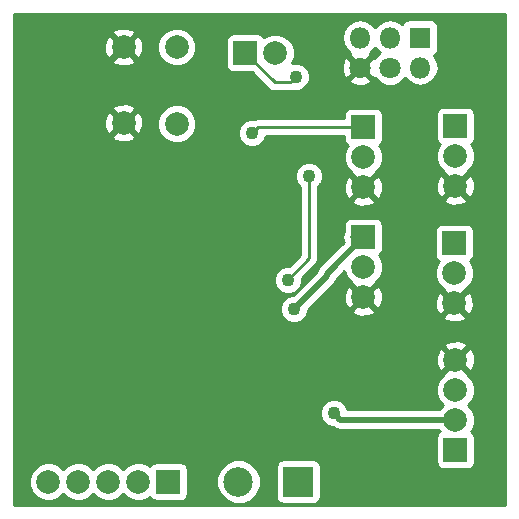
<source format=gtl>
G04 #@! TF.FileFunction,Copper,L1,Top,Signal*
%FSLAX46Y46*%
G04 Gerber Fmt 4.6, Leading zero omitted, Abs format (unit mm)*
G04 Created by KiCad (PCBNEW 4.0.4+dfsg1-stable) date Sun Feb  5 16:49:06 2017*
%MOMM*%
%LPD*%
G01*
G04 APERTURE LIST*
%ADD100C,0.100000*%
%ADD110R,2.000000X2.000000*%
%ADD120C,2.000000*%
%ADD130R,1.800000X1.800000*%
%ADD140O,1.800000X1.800000*%
%ADD150C,1.800000*%
%ADD160R,2.500000X2.500000*%
%ADD170C,2.500000*%
%ADD180C,1.100000*%
%ADD190C,0.500000*%
%ADD200C,0.250000*%
%ADD210C,0.254000*%
G04 APERTURE END LIST*
D100*
D110*
X20300000Y39000000D03*
D120*
X22840000Y39000000D03*
D130*
X35100000Y40300000D03*
D140*
X35100000Y37760000D03*
X32560000Y40300000D03*
D150*
X32560000Y37760000D03*
D140*
X30020000Y40300000D03*
D150*
X30020000Y37760000D03*
D110*
X30300000Y23400000D03*
D120*
X30300000Y20860000D03*
X30300000Y18320000D03*
D110*
X38000000Y22900000D03*
D120*
X38000000Y20360000D03*
X38000000Y17820000D03*
D110*
X30300000Y32700000D03*
D120*
X30300000Y30160000D03*
X30300000Y27620000D03*
D110*
X38100000Y32800000D03*
D120*
X38100000Y30260000D03*
X38100000Y27720000D03*
D160*
X24800000Y2700000D03*
D170*
X19720000Y2700000D03*
D110*
X13800000Y2700000D03*
D120*
X11260000Y2700000D03*
X8720000Y2700000D03*
X6180000Y2700000D03*
X3640000Y2700000D03*
D110*
X38100000Y5400000D03*
D120*
X38100000Y7940000D03*
X38100000Y10480000D03*
X38100000Y13020000D03*
X14497900Y32998800D03*
X14497900Y39501200D03*
X10002100Y33075000D03*
X10002100Y39501200D03*
D180*
X24400000Y17300000D03*
X20900000Y32200000D03*
X15500000Y14400000D03*
X9300000Y10800000D03*
X9300000Y21500000D03*
X6500000Y36200000D03*
X23600000Y22200000D03*
X28400000Y15100000D03*
X26200000Y7100000D03*
X24600000Y37000000D03*
X25700000Y28600000D03*
X23900000Y19800000D03*
X27800000Y8500000D03*
D190*
X27200000Y20300000D02*
X30300000Y23400000D01*
X27200000Y20100000D02*
X27200000Y20300000D01*
X24400000Y17300000D02*
X27200000Y20100000D01*
D200*
X30300000Y32700000D02*
X21400000Y32700000D01*
X21400000Y32700000D02*
X20900000Y32200000D01*
D190*
X30300000Y23400000D02*
X29600000Y23400000D01*
X30300000Y23400000D02*
X29400000Y23400000D01*
X6500000Y36200000D02*
X6400000Y36200000D01*
D200*
X22800000Y36500000D02*
X20300000Y39000000D01*
X24100000Y36500000D02*
X22800000Y36500000D01*
X24600000Y37000000D02*
X24100000Y36500000D01*
X25700000Y21600000D02*
X25700000Y28600000D01*
X23900000Y19800000D02*
X25700000Y21600000D01*
D190*
X28360000Y7940000D02*
X27800000Y8500000D01*
X38100000Y7940000D02*
X28360000Y7940000D01*
D210*
G36*
X42290000Y710000D02*
X710000Y710000D01*
X710000Y2376205D01*
X2004716Y2376205D01*
X2253106Y1775057D01*
X2712637Y1314722D01*
X3313352Y1065284D01*
X3963795Y1064716D01*
X4564943Y1313106D01*
X4910199Y1657759D01*
X5252637Y1314722D01*
X5853352Y1065284D01*
X6503795Y1064716D01*
X7104943Y1313106D01*
X7450199Y1657759D01*
X7792637Y1314722D01*
X8393352Y1065284D01*
X9043795Y1064716D01*
X9644943Y1313106D01*
X9990199Y1657759D01*
X10332637Y1314722D01*
X10933352Y1065284D01*
X11583795Y1064716D01*
X12184943Y1313106D01*
X12251574Y1379621D01*
X12335910Y1248559D01*
X12548110Y1103569D01*
X12800000Y1052560D01*
X14800000Y1052560D01*
X15035317Y1096838D01*
X15251441Y1235910D01*
X15396431Y1448110D01*
X15447440Y1700000D01*
X15447440Y2326695D01*
X17834674Y2326695D01*
X18121043Y1633628D01*
X18650839Y1102907D01*
X19343405Y815328D01*
X20093305Y814674D01*
X20786372Y1101043D01*
X21317093Y1630839D01*
X21604672Y2323405D01*
X21605326Y3073305D01*
X21318957Y3766372D01*
X21135650Y3950000D01*
X22902560Y3950000D01*
X22902560Y1450000D01*
X22946838Y1214683D01*
X23085910Y998559D01*
X23298110Y853569D01*
X23550000Y802560D01*
X26050000Y802560D01*
X26285317Y846838D01*
X26501441Y985910D01*
X26646431Y1198110D01*
X26697440Y1450000D01*
X26697440Y3950000D01*
X26653162Y4185317D01*
X26514090Y4401441D01*
X26301890Y4546431D01*
X26050000Y4597440D01*
X23550000Y4597440D01*
X23314683Y4553162D01*
X23098559Y4414090D01*
X22953569Y4201890D01*
X22902560Y3950000D01*
X21135650Y3950000D01*
X20789161Y4297093D01*
X20096595Y4584672D01*
X19346695Y4585326D01*
X18653628Y4298957D01*
X18122907Y3769161D01*
X17835328Y3076595D01*
X17834674Y2326695D01*
X15447440Y2326695D01*
X15447440Y3700000D01*
X15403162Y3935317D01*
X15264090Y4151441D01*
X15051890Y4296431D01*
X14800000Y4347440D01*
X12800000Y4347440D01*
X12564683Y4303162D01*
X12348559Y4164090D01*
X12251090Y4021439D01*
X12187363Y4085278D01*
X11586648Y4334716D01*
X10936205Y4335284D01*
X10335057Y4086894D01*
X9989801Y3742241D01*
X9647363Y4085278D01*
X9046648Y4334716D01*
X8396205Y4335284D01*
X7795057Y4086894D01*
X7449801Y3742241D01*
X7107363Y4085278D01*
X6506648Y4334716D01*
X5856205Y4335284D01*
X5255057Y4086894D01*
X4909801Y3742241D01*
X4567363Y4085278D01*
X3966648Y4334716D01*
X3316205Y4335284D01*
X2715057Y4086894D01*
X2254722Y3627363D01*
X2005284Y3026648D01*
X2004716Y2376205D01*
X710000Y2376205D01*
X710000Y8265323D01*
X26614794Y8265323D01*
X26794820Y7829628D01*
X27127875Y7495991D01*
X27563255Y7315206D01*
X27733364Y7315057D01*
X27734208Y7314213D01*
X27734210Y7314210D01*
X27926054Y7186025D01*
X28021326Y7122366D01*
X28360000Y7054999D01*
X28360005Y7055000D01*
X36696602Y7055000D01*
X36713106Y7015057D01*
X36779621Y6948426D01*
X36648559Y6864090D01*
X36503569Y6651890D01*
X36452560Y6400000D01*
X36452560Y4400000D01*
X36496838Y4164683D01*
X36635910Y3948559D01*
X36848110Y3803569D01*
X37100000Y3752560D01*
X39100000Y3752560D01*
X39335317Y3796838D01*
X39551441Y3935910D01*
X39696431Y4148110D01*
X39747440Y4400000D01*
X39747440Y6400000D01*
X39703162Y6635317D01*
X39564090Y6851441D01*
X39421439Y6948910D01*
X39485278Y7012637D01*
X39734716Y7613352D01*
X39735284Y8263795D01*
X39486894Y8864943D01*
X39142241Y9210199D01*
X39485278Y9552637D01*
X39734716Y10153352D01*
X39735284Y10803795D01*
X39486894Y11404943D01*
X39060022Y11832562D01*
X39072927Y11867468D01*
X38100000Y12840395D01*
X37127073Y11867468D01*
X37140164Y11832062D01*
X36714722Y11407363D01*
X36465284Y10806648D01*
X36464716Y10156205D01*
X36713106Y9555057D01*
X37057759Y9209801D01*
X36714722Y8867363D01*
X36697131Y8825000D01*
X28947885Y8825000D01*
X28805180Y9170372D01*
X28472125Y9504009D01*
X28036745Y9684794D01*
X27565323Y9685206D01*
X27129628Y9505180D01*
X26795991Y9172125D01*
X26615206Y8736745D01*
X26614794Y8265323D01*
X710000Y8265323D01*
X710000Y13284539D01*
X36454092Y13284539D01*
X36478144Y12634540D01*
X36680613Y12145736D01*
X36947468Y12047073D01*
X37920395Y13020000D01*
X38279605Y13020000D01*
X39252532Y12047073D01*
X39519387Y12145736D01*
X39745908Y12755461D01*
X39721856Y13405460D01*
X39519387Y13894264D01*
X39252532Y13992927D01*
X38279605Y13020000D01*
X37920395Y13020000D01*
X36947468Y13992927D01*
X36680613Y13894264D01*
X36454092Y13284539D01*
X710000Y13284539D01*
X710000Y14172532D01*
X37127073Y14172532D01*
X38100000Y13199605D01*
X39072927Y14172532D01*
X38974264Y14439387D01*
X38364539Y14665908D01*
X37714540Y14641856D01*
X37225736Y14439387D01*
X37127073Y14172532D01*
X710000Y14172532D01*
X710000Y17065323D01*
X23214794Y17065323D01*
X23394820Y16629628D01*
X23727875Y16295991D01*
X24163255Y16115206D01*
X24634677Y16114794D01*
X25070372Y16294820D01*
X25404009Y16627875D01*
X25420449Y16667468D01*
X37027073Y16667468D01*
X37125736Y16400613D01*
X37735461Y16174092D01*
X38385460Y16198144D01*
X38874264Y16400613D01*
X38972927Y16667468D01*
X38000000Y17640395D01*
X37027073Y16667468D01*
X25420449Y16667468D01*
X25584794Y17063255D01*
X25584885Y17167468D01*
X29327073Y17167468D01*
X29425736Y16900613D01*
X30035461Y16674092D01*
X30685460Y16698144D01*
X31174264Y16900613D01*
X31272927Y17167468D01*
X30300000Y18140395D01*
X29327073Y17167468D01*
X25584885Y17167468D01*
X25584943Y17233363D01*
X26936118Y18584539D01*
X28654092Y18584539D01*
X28678144Y17934540D01*
X28880613Y17445736D01*
X29147468Y17347073D01*
X30120395Y18320000D01*
X30479605Y18320000D01*
X31452532Y17347073D01*
X31719387Y17445736D01*
X31945908Y18055461D01*
X31944833Y18084539D01*
X36354092Y18084539D01*
X36378144Y17434540D01*
X36580613Y16945736D01*
X36847468Y16847073D01*
X37820395Y17820000D01*
X38179605Y17820000D01*
X39152532Y16847073D01*
X39419387Y16945736D01*
X39645908Y17555461D01*
X39621856Y18205460D01*
X39419387Y18694264D01*
X39152532Y18792927D01*
X38179605Y17820000D01*
X37820395Y17820000D01*
X36847468Y18792927D01*
X36580613Y18694264D01*
X36354092Y18084539D01*
X31944833Y18084539D01*
X31921856Y18705460D01*
X31719387Y19194264D01*
X31452532Y19292927D01*
X30479605Y18320000D01*
X30120395Y18320000D01*
X29147468Y19292927D01*
X28880613Y19194264D01*
X28654092Y18584539D01*
X26936118Y18584539D01*
X27825787Y19474208D01*
X27825790Y19474210D01*
X28017633Y19761325D01*
X28028810Y19817516D01*
X28043638Y19892058D01*
X28671461Y20519881D01*
X28913106Y19935057D01*
X29339978Y19507438D01*
X29327073Y19472532D01*
X30300000Y18499605D01*
X31272927Y19472532D01*
X31259836Y19507938D01*
X31685278Y19932637D01*
X31934716Y20533352D01*
X31935284Y21183795D01*
X31686894Y21784943D01*
X31620379Y21851574D01*
X31751441Y21935910D01*
X31896431Y22148110D01*
X31947440Y22400000D01*
X31947440Y23900000D01*
X36352560Y23900000D01*
X36352560Y21900000D01*
X36396838Y21664683D01*
X36535910Y21448559D01*
X36678561Y21351090D01*
X36614722Y21287363D01*
X36365284Y20686648D01*
X36364716Y20036205D01*
X36613106Y19435057D01*
X37039978Y19007438D01*
X37027073Y18972532D01*
X38000000Y17999605D01*
X38972927Y18972532D01*
X38959836Y19007938D01*
X39385278Y19432637D01*
X39634716Y20033352D01*
X39635284Y20683795D01*
X39386894Y21284943D01*
X39320379Y21351574D01*
X39451441Y21435910D01*
X39596431Y21648110D01*
X39647440Y21900000D01*
X39647440Y23900000D01*
X39603162Y24135317D01*
X39464090Y24351441D01*
X39251890Y24496431D01*
X39000000Y24547440D01*
X37000000Y24547440D01*
X36764683Y24503162D01*
X36548559Y24364090D01*
X36403569Y24151890D01*
X36352560Y23900000D01*
X31947440Y23900000D01*
X31947440Y24400000D01*
X31903162Y24635317D01*
X31764090Y24851441D01*
X31551890Y24996431D01*
X31300000Y25047440D01*
X29300000Y25047440D01*
X29064683Y25003162D01*
X28848559Y24864090D01*
X28703569Y24651890D01*
X28652560Y24400000D01*
X28652560Y23843727D01*
X28582367Y23738675D01*
X28515000Y23400000D01*
X28582367Y23061325D01*
X28633388Y22984967D01*
X26574210Y20925790D01*
X26382367Y20638675D01*
X26382367Y20638674D01*
X26356362Y20507941D01*
X24333479Y18485059D01*
X24165323Y18485206D01*
X23729628Y18305180D01*
X23395991Y17972125D01*
X23215206Y17536745D01*
X23214794Y17065323D01*
X710000Y17065323D01*
X710000Y19565323D01*
X22714794Y19565323D01*
X22894820Y19129628D01*
X23227875Y18795991D01*
X23663255Y18615206D01*
X24134677Y18614794D01*
X24570372Y18794820D01*
X24904009Y19127875D01*
X25084794Y19563255D01*
X25085097Y19910295D01*
X26237401Y21062599D01*
X26402148Y21309160D01*
X26429876Y21448559D01*
X26460000Y21600000D01*
X26460000Y26467468D01*
X29327073Y26467468D01*
X29425736Y26200613D01*
X30035461Y25974092D01*
X30685460Y25998144D01*
X31174264Y26200613D01*
X31272927Y26467468D01*
X31172927Y26567468D01*
X37127073Y26567468D01*
X37225736Y26300613D01*
X37835461Y26074092D01*
X38485460Y26098144D01*
X38974264Y26300613D01*
X39072927Y26567468D01*
X38100000Y27540395D01*
X37127073Y26567468D01*
X31172927Y26567468D01*
X30300000Y27440395D01*
X29327073Y26467468D01*
X26460000Y26467468D01*
X26460000Y27684292D01*
X26660597Y27884539D01*
X28654092Y27884539D01*
X28678144Y27234540D01*
X28880613Y26745736D01*
X29147468Y26647073D01*
X30120395Y27620000D01*
X30479605Y27620000D01*
X31452532Y26647073D01*
X31719387Y26745736D01*
X31945908Y27355461D01*
X31922631Y27984539D01*
X36454092Y27984539D01*
X36478144Y27334540D01*
X36680613Y26845736D01*
X36947468Y26747073D01*
X37920395Y27720000D01*
X38279605Y27720000D01*
X39252532Y26747073D01*
X39519387Y26845736D01*
X39745908Y27455461D01*
X39721856Y28105460D01*
X39519387Y28594264D01*
X39252532Y28692927D01*
X38279605Y27720000D01*
X37920395Y27720000D01*
X36947468Y28692927D01*
X36680613Y28594264D01*
X36454092Y27984539D01*
X31922631Y27984539D01*
X31921856Y28005460D01*
X31719387Y28494264D01*
X31452532Y28592927D01*
X30479605Y27620000D01*
X30120395Y27620000D01*
X29147468Y28592927D01*
X28880613Y28494264D01*
X28654092Y27884539D01*
X26660597Y27884539D01*
X26704009Y27927875D01*
X26884794Y28363255D01*
X26885206Y28834677D01*
X26705180Y29270372D01*
X26372125Y29604009D01*
X25936745Y29784794D01*
X25465323Y29785206D01*
X25029628Y29605180D01*
X24695991Y29272125D01*
X24515206Y28836745D01*
X24514794Y28365323D01*
X24694820Y27929628D01*
X24940000Y27684020D01*
X24940000Y21914802D01*
X24010103Y20984905D01*
X23665323Y20985206D01*
X23229628Y20805180D01*
X22895991Y20472125D01*
X22715206Y20036745D01*
X22714794Y19565323D01*
X710000Y19565323D01*
X710000Y31922468D01*
X9029173Y31922468D01*
X9127836Y31655613D01*
X9737561Y31429092D01*
X10387560Y31453144D01*
X10876364Y31655613D01*
X10975027Y31922468D01*
X10002100Y32895395D01*
X9029173Y31922468D01*
X710000Y31922468D01*
X710000Y33339539D01*
X8356192Y33339539D01*
X8380244Y32689540D01*
X8582713Y32200736D01*
X8849568Y32102073D01*
X9822495Y33075000D01*
X10181705Y33075000D01*
X11154632Y32102073D01*
X11421487Y32200736D01*
X11597684Y32675005D01*
X12862616Y32675005D01*
X13111006Y32073857D01*
X13570537Y31613522D01*
X14171252Y31364084D01*
X14821695Y31363516D01*
X15422843Y31611906D01*
X15776878Y31965323D01*
X19714794Y31965323D01*
X19894820Y31529628D01*
X20227875Y31195991D01*
X20663255Y31015206D01*
X21134677Y31014794D01*
X21570372Y31194820D01*
X21904009Y31527875D01*
X22075138Y31940000D01*
X28652560Y31940000D01*
X28652560Y31700000D01*
X28696838Y31464683D01*
X28835910Y31248559D01*
X28978561Y31151090D01*
X28914722Y31087363D01*
X28665284Y30486648D01*
X28664716Y29836205D01*
X28913106Y29235057D01*
X29339978Y28807438D01*
X29327073Y28772532D01*
X30300000Y27799605D01*
X31272927Y28772532D01*
X31259836Y28807938D01*
X31685278Y29232637D01*
X31934716Y29833352D01*
X31935284Y30483795D01*
X31686894Y31084943D01*
X31620379Y31151574D01*
X31751441Y31235910D01*
X31896431Y31448110D01*
X31947440Y31700000D01*
X31947440Y33700000D01*
X31928624Y33800000D01*
X36452560Y33800000D01*
X36452560Y31800000D01*
X36496838Y31564683D01*
X36635910Y31348559D01*
X36778561Y31251090D01*
X36714722Y31187363D01*
X36465284Y30586648D01*
X36464716Y29936205D01*
X36713106Y29335057D01*
X37139978Y28907438D01*
X37127073Y28872532D01*
X38100000Y27899605D01*
X39072927Y28872532D01*
X39059836Y28907938D01*
X39485278Y29332637D01*
X39734716Y29933352D01*
X39735284Y30583795D01*
X39486894Y31184943D01*
X39420379Y31251574D01*
X39551441Y31335910D01*
X39696431Y31548110D01*
X39747440Y31800000D01*
X39747440Y33800000D01*
X39703162Y34035317D01*
X39564090Y34251441D01*
X39351890Y34396431D01*
X39100000Y34447440D01*
X37100000Y34447440D01*
X36864683Y34403162D01*
X36648559Y34264090D01*
X36503569Y34051890D01*
X36452560Y33800000D01*
X31928624Y33800000D01*
X31903162Y33935317D01*
X31764090Y34151441D01*
X31551890Y34296431D01*
X31300000Y34347440D01*
X29300000Y34347440D01*
X29064683Y34303162D01*
X28848559Y34164090D01*
X28703569Y33951890D01*
X28652560Y33700000D01*
X28652560Y33460000D01*
X21400000Y33460000D01*
X21109161Y33402148D01*
X21083259Y33384841D01*
X20665323Y33385206D01*
X20229628Y33205180D01*
X19895991Y32872125D01*
X19715206Y32436745D01*
X19714794Y31965323D01*
X15776878Y31965323D01*
X15883178Y32071437D01*
X16132616Y32672152D01*
X16133184Y33322595D01*
X15884794Y33923743D01*
X15425263Y34384078D01*
X14824548Y34633516D01*
X14174105Y34634084D01*
X13572957Y34385694D01*
X13112622Y33926163D01*
X12863184Y33325448D01*
X12862616Y32675005D01*
X11597684Y32675005D01*
X11648008Y32810461D01*
X11623956Y33460460D01*
X11421487Y33949264D01*
X11154632Y34047927D01*
X10181705Y33075000D01*
X9822495Y33075000D01*
X8849568Y34047927D01*
X8582713Y33949264D01*
X8356192Y33339539D01*
X710000Y33339539D01*
X710000Y34227532D01*
X9029173Y34227532D01*
X10002100Y33254605D01*
X10975027Y34227532D01*
X10876364Y34494387D01*
X10266639Y34720908D01*
X9616640Y34696856D01*
X9127836Y34494387D01*
X9029173Y34227532D01*
X710000Y34227532D01*
X710000Y38348668D01*
X9029173Y38348668D01*
X9127836Y38081813D01*
X9737561Y37855292D01*
X10387560Y37879344D01*
X10876364Y38081813D01*
X10975027Y38348668D01*
X10002100Y39321595D01*
X9029173Y38348668D01*
X710000Y38348668D01*
X710000Y39765739D01*
X8356192Y39765739D01*
X8380244Y39115740D01*
X8582713Y38626936D01*
X8849568Y38528273D01*
X9822495Y39501200D01*
X10181705Y39501200D01*
X11154632Y38528273D01*
X11421487Y38626936D01*
X11625993Y39177405D01*
X12862616Y39177405D01*
X13111006Y38576257D01*
X13570537Y38115922D01*
X14171252Y37866484D01*
X14821695Y37865916D01*
X15422843Y38114306D01*
X15883178Y38573837D01*
X16132616Y39174552D01*
X16133184Y39824995D01*
X16060874Y40000000D01*
X18652560Y40000000D01*
X18652560Y38000000D01*
X18696838Y37764683D01*
X18835910Y37548559D01*
X19048110Y37403569D01*
X19300000Y37352560D01*
X20872638Y37352560D01*
X22262599Y35962599D01*
X22509161Y35797852D01*
X22800000Y35740000D01*
X24100000Y35740000D01*
X24390839Y35797852D01*
X24416741Y35815159D01*
X24834677Y35814794D01*
X25270372Y35994820D01*
X25604009Y36327875D01*
X25750157Y36679841D01*
X29119446Y36679841D01*
X29205852Y36423357D01*
X29779336Y36213542D01*
X30389460Y36239161D01*
X30834148Y36423357D01*
X30920554Y36679841D01*
X30020000Y37580395D01*
X29119446Y36679841D01*
X25750157Y36679841D01*
X25784794Y36763255D01*
X25785206Y37234677D01*
X25605180Y37670372D01*
X25275465Y38000664D01*
X28473542Y38000664D01*
X28499161Y37390540D01*
X28683357Y36945852D01*
X28939841Y36859446D01*
X29840395Y37760000D01*
X28939841Y38660554D01*
X28683357Y38574148D01*
X28473542Y38000664D01*
X25275465Y38000664D01*
X25272125Y38004009D01*
X24836745Y38184794D01*
X24365323Y38185206D01*
X24252697Y38138670D01*
X24474716Y38673352D01*
X24475284Y39323795D01*
X24226894Y39924943D01*
X23852493Y40300000D01*
X28454928Y40300000D01*
X28571773Y39712581D01*
X28904519Y39214591D01*
X29182919Y39028570D01*
X29119446Y38840159D01*
X30020000Y37939605D01*
X30920554Y38840159D01*
X30857081Y39028570D01*
X31135481Y39214591D01*
X31290000Y39445845D01*
X31444519Y39214591D01*
X31684074Y39054526D01*
X31259449Y38630643D01*
X31250797Y38609806D01*
X31100159Y38660554D01*
X30199605Y37760000D01*
X31100159Y36859446D01*
X31250327Y36910035D01*
X31257932Y36891629D01*
X31689357Y36459449D01*
X32253330Y36225267D01*
X32863991Y36224735D01*
X33428371Y36457932D01*
X33848833Y36877660D01*
X33984519Y36674591D01*
X34482509Y36341845D01*
X35069928Y36225000D01*
X35130072Y36225000D01*
X35717491Y36341845D01*
X36215481Y36674591D01*
X36548227Y37172581D01*
X36665072Y37760000D01*
X36548227Y38347419D01*
X36244141Y38802516D01*
X36451441Y38935910D01*
X36596431Y39148110D01*
X36647440Y39400000D01*
X36647440Y41200000D01*
X36603162Y41435317D01*
X36464090Y41651441D01*
X36251890Y41796431D01*
X36000000Y41847440D01*
X34200000Y41847440D01*
X33964683Y41803162D01*
X33748559Y41664090D01*
X33603569Y41451890D01*
X33600281Y41435656D01*
X33177491Y41718155D01*
X32590072Y41835000D01*
X32529928Y41835000D01*
X31942509Y41718155D01*
X31444519Y41385409D01*
X31290000Y41154155D01*
X31135481Y41385409D01*
X30637491Y41718155D01*
X30050072Y41835000D01*
X29989928Y41835000D01*
X29402509Y41718155D01*
X28904519Y41385409D01*
X28571773Y40887419D01*
X28454928Y40300000D01*
X23852493Y40300000D01*
X23767363Y40385278D01*
X23166648Y40634716D01*
X22516205Y40635284D01*
X21915057Y40386894D01*
X21848426Y40320379D01*
X21764090Y40451441D01*
X21551890Y40596431D01*
X21300000Y40647440D01*
X19300000Y40647440D01*
X19064683Y40603162D01*
X18848559Y40464090D01*
X18703569Y40251890D01*
X18652560Y40000000D01*
X16060874Y40000000D01*
X15884794Y40426143D01*
X15425263Y40886478D01*
X14824548Y41135916D01*
X14174105Y41136484D01*
X13572957Y40888094D01*
X13112622Y40428563D01*
X12863184Y39827848D01*
X12862616Y39177405D01*
X11625993Y39177405D01*
X11648008Y39236661D01*
X11623956Y39886660D01*
X11421487Y40375464D01*
X11154632Y40474127D01*
X10181705Y39501200D01*
X9822495Y39501200D01*
X8849568Y40474127D01*
X8582713Y40375464D01*
X8356192Y39765739D01*
X710000Y39765739D01*
X710000Y40653732D01*
X9029173Y40653732D01*
X10002100Y39680805D01*
X10975027Y40653732D01*
X10876364Y40920587D01*
X10266639Y41147108D01*
X9616640Y41123056D01*
X9127836Y40920587D01*
X9029173Y40653732D01*
X710000Y40653732D01*
X710000Y42290000D01*
X42290000Y42290000D01*
X42290000Y710000D01*
X42290000Y710000D01*
G37*
X42290000Y710000D02*
X710000Y710000D01*
X710000Y2376205D01*
X2004716Y2376205D01*
X2253106Y1775057D01*
X2712637Y1314722D01*
X3313352Y1065284D01*
X3963795Y1064716D01*
X4564943Y1313106D01*
X4910199Y1657759D01*
X5252637Y1314722D01*
X5853352Y1065284D01*
X6503795Y1064716D01*
X7104943Y1313106D01*
X7450199Y1657759D01*
X7792637Y1314722D01*
X8393352Y1065284D01*
X9043795Y1064716D01*
X9644943Y1313106D01*
X9990199Y1657759D01*
X10332637Y1314722D01*
X10933352Y1065284D01*
X11583795Y1064716D01*
X12184943Y1313106D01*
X12251574Y1379621D01*
X12335910Y1248559D01*
X12548110Y1103569D01*
X12800000Y1052560D01*
X14800000Y1052560D01*
X15035317Y1096838D01*
X15251441Y1235910D01*
X15396431Y1448110D01*
X15447440Y1700000D01*
X15447440Y2326695D01*
X17834674Y2326695D01*
X18121043Y1633628D01*
X18650839Y1102907D01*
X19343405Y815328D01*
X20093305Y814674D01*
X20786372Y1101043D01*
X21317093Y1630839D01*
X21604672Y2323405D01*
X21605326Y3073305D01*
X21318957Y3766372D01*
X21135650Y3950000D01*
X22902560Y3950000D01*
X22902560Y1450000D01*
X22946838Y1214683D01*
X23085910Y998559D01*
X23298110Y853569D01*
X23550000Y802560D01*
X26050000Y802560D01*
X26285317Y846838D01*
X26501441Y985910D01*
X26646431Y1198110D01*
X26697440Y1450000D01*
X26697440Y3950000D01*
X26653162Y4185317D01*
X26514090Y4401441D01*
X26301890Y4546431D01*
X26050000Y4597440D01*
X23550000Y4597440D01*
X23314683Y4553162D01*
X23098559Y4414090D01*
X22953569Y4201890D01*
X22902560Y3950000D01*
X21135650Y3950000D01*
X20789161Y4297093D01*
X20096595Y4584672D01*
X19346695Y4585326D01*
X18653628Y4298957D01*
X18122907Y3769161D01*
X17835328Y3076595D01*
X17834674Y2326695D01*
X15447440Y2326695D01*
X15447440Y3700000D01*
X15403162Y3935317D01*
X15264090Y4151441D01*
X15051890Y4296431D01*
X14800000Y4347440D01*
X12800000Y4347440D01*
X12564683Y4303162D01*
X12348559Y4164090D01*
X12251090Y4021439D01*
X12187363Y4085278D01*
X11586648Y4334716D01*
X10936205Y4335284D01*
X10335057Y4086894D01*
X9989801Y3742241D01*
X9647363Y4085278D01*
X9046648Y4334716D01*
X8396205Y4335284D01*
X7795057Y4086894D01*
X7449801Y3742241D01*
X7107363Y4085278D01*
X6506648Y4334716D01*
X5856205Y4335284D01*
X5255057Y4086894D01*
X4909801Y3742241D01*
X4567363Y4085278D01*
X3966648Y4334716D01*
X3316205Y4335284D01*
X2715057Y4086894D01*
X2254722Y3627363D01*
X2005284Y3026648D01*
X2004716Y2376205D01*
X710000Y2376205D01*
X710000Y8265323D01*
X26614794Y8265323D01*
X26794820Y7829628D01*
X27127875Y7495991D01*
X27563255Y7315206D01*
X27733364Y7315057D01*
X27734208Y7314213D01*
X27734210Y7314210D01*
X27926054Y7186025D01*
X28021326Y7122366D01*
X28360000Y7054999D01*
X28360005Y7055000D01*
X36696602Y7055000D01*
X36713106Y7015057D01*
X36779621Y6948426D01*
X36648559Y6864090D01*
X36503569Y6651890D01*
X36452560Y6400000D01*
X36452560Y4400000D01*
X36496838Y4164683D01*
X36635910Y3948559D01*
X36848110Y3803569D01*
X37100000Y3752560D01*
X39100000Y3752560D01*
X39335317Y3796838D01*
X39551441Y3935910D01*
X39696431Y4148110D01*
X39747440Y4400000D01*
X39747440Y6400000D01*
X39703162Y6635317D01*
X39564090Y6851441D01*
X39421439Y6948910D01*
X39485278Y7012637D01*
X39734716Y7613352D01*
X39735284Y8263795D01*
X39486894Y8864943D01*
X39142241Y9210199D01*
X39485278Y9552637D01*
X39734716Y10153352D01*
X39735284Y10803795D01*
X39486894Y11404943D01*
X39060022Y11832562D01*
X39072927Y11867468D01*
X38100000Y12840395D01*
X37127073Y11867468D01*
X37140164Y11832062D01*
X36714722Y11407363D01*
X36465284Y10806648D01*
X36464716Y10156205D01*
X36713106Y9555057D01*
X37057759Y9209801D01*
X36714722Y8867363D01*
X36697131Y8825000D01*
X28947885Y8825000D01*
X28805180Y9170372D01*
X28472125Y9504009D01*
X28036745Y9684794D01*
X27565323Y9685206D01*
X27129628Y9505180D01*
X26795991Y9172125D01*
X26615206Y8736745D01*
X26614794Y8265323D01*
X710000Y8265323D01*
X710000Y13284539D01*
X36454092Y13284539D01*
X36478144Y12634540D01*
X36680613Y12145736D01*
X36947468Y12047073D01*
X37920395Y13020000D01*
X38279605Y13020000D01*
X39252532Y12047073D01*
X39519387Y12145736D01*
X39745908Y12755461D01*
X39721856Y13405460D01*
X39519387Y13894264D01*
X39252532Y13992927D01*
X38279605Y13020000D01*
X37920395Y13020000D01*
X36947468Y13992927D01*
X36680613Y13894264D01*
X36454092Y13284539D01*
X710000Y13284539D01*
X710000Y14172532D01*
X37127073Y14172532D01*
X38100000Y13199605D01*
X39072927Y14172532D01*
X38974264Y14439387D01*
X38364539Y14665908D01*
X37714540Y14641856D01*
X37225736Y14439387D01*
X37127073Y14172532D01*
X710000Y14172532D01*
X710000Y17065323D01*
X23214794Y17065323D01*
X23394820Y16629628D01*
X23727875Y16295991D01*
X24163255Y16115206D01*
X24634677Y16114794D01*
X25070372Y16294820D01*
X25404009Y16627875D01*
X25420449Y16667468D01*
X37027073Y16667468D01*
X37125736Y16400613D01*
X37735461Y16174092D01*
X38385460Y16198144D01*
X38874264Y16400613D01*
X38972927Y16667468D01*
X38000000Y17640395D01*
X37027073Y16667468D01*
X25420449Y16667468D01*
X25584794Y17063255D01*
X25584885Y17167468D01*
X29327073Y17167468D01*
X29425736Y16900613D01*
X30035461Y16674092D01*
X30685460Y16698144D01*
X31174264Y16900613D01*
X31272927Y17167468D01*
X30300000Y18140395D01*
X29327073Y17167468D01*
X25584885Y17167468D01*
X25584943Y17233363D01*
X26936118Y18584539D01*
X28654092Y18584539D01*
X28678144Y17934540D01*
X28880613Y17445736D01*
X29147468Y17347073D01*
X30120395Y18320000D01*
X30479605Y18320000D01*
X31452532Y17347073D01*
X31719387Y17445736D01*
X31945908Y18055461D01*
X31944833Y18084539D01*
X36354092Y18084539D01*
X36378144Y17434540D01*
X36580613Y16945736D01*
X36847468Y16847073D01*
X37820395Y17820000D01*
X38179605Y17820000D01*
X39152532Y16847073D01*
X39419387Y16945736D01*
X39645908Y17555461D01*
X39621856Y18205460D01*
X39419387Y18694264D01*
X39152532Y18792927D01*
X38179605Y17820000D01*
X37820395Y17820000D01*
X36847468Y18792927D01*
X36580613Y18694264D01*
X36354092Y18084539D01*
X31944833Y18084539D01*
X31921856Y18705460D01*
X31719387Y19194264D01*
X31452532Y19292927D01*
X30479605Y18320000D01*
X30120395Y18320000D01*
X29147468Y19292927D01*
X28880613Y19194264D01*
X28654092Y18584539D01*
X26936118Y18584539D01*
X27825787Y19474208D01*
X27825790Y19474210D01*
X28017633Y19761325D01*
X28028810Y19817516D01*
X28043638Y19892058D01*
X28671461Y20519881D01*
X28913106Y19935057D01*
X29339978Y19507438D01*
X29327073Y19472532D01*
X30300000Y18499605D01*
X31272927Y19472532D01*
X31259836Y19507938D01*
X31685278Y19932637D01*
X31934716Y20533352D01*
X31935284Y21183795D01*
X31686894Y21784943D01*
X31620379Y21851574D01*
X31751441Y21935910D01*
X31896431Y22148110D01*
X31947440Y22400000D01*
X31947440Y23900000D01*
X36352560Y23900000D01*
X36352560Y21900000D01*
X36396838Y21664683D01*
X36535910Y21448559D01*
X36678561Y21351090D01*
X36614722Y21287363D01*
X36365284Y20686648D01*
X36364716Y20036205D01*
X36613106Y19435057D01*
X37039978Y19007438D01*
X37027073Y18972532D01*
X38000000Y17999605D01*
X38972927Y18972532D01*
X38959836Y19007938D01*
X39385278Y19432637D01*
X39634716Y20033352D01*
X39635284Y20683795D01*
X39386894Y21284943D01*
X39320379Y21351574D01*
X39451441Y21435910D01*
X39596431Y21648110D01*
X39647440Y21900000D01*
X39647440Y23900000D01*
X39603162Y24135317D01*
X39464090Y24351441D01*
X39251890Y24496431D01*
X39000000Y24547440D01*
X37000000Y24547440D01*
X36764683Y24503162D01*
X36548559Y24364090D01*
X36403569Y24151890D01*
X36352560Y23900000D01*
X31947440Y23900000D01*
X31947440Y24400000D01*
X31903162Y24635317D01*
X31764090Y24851441D01*
X31551890Y24996431D01*
X31300000Y25047440D01*
X29300000Y25047440D01*
X29064683Y25003162D01*
X28848559Y24864090D01*
X28703569Y24651890D01*
X28652560Y24400000D01*
X28652560Y23843727D01*
X28582367Y23738675D01*
X28515000Y23400000D01*
X28582367Y23061325D01*
X28633388Y22984967D01*
X26574210Y20925790D01*
X26382367Y20638675D01*
X26382367Y20638674D01*
X26356362Y20507941D01*
X24333479Y18485059D01*
X24165323Y18485206D01*
X23729628Y18305180D01*
X23395991Y17972125D01*
X23215206Y17536745D01*
X23214794Y17065323D01*
X710000Y17065323D01*
X710000Y19565323D01*
X22714794Y19565323D01*
X22894820Y19129628D01*
X23227875Y18795991D01*
X23663255Y18615206D01*
X24134677Y18614794D01*
X24570372Y18794820D01*
X24904009Y19127875D01*
X25084794Y19563255D01*
X25085097Y19910295D01*
X26237401Y21062599D01*
X26402148Y21309160D01*
X26429876Y21448559D01*
X26460000Y21600000D01*
X26460000Y26467468D01*
X29327073Y26467468D01*
X29425736Y26200613D01*
X30035461Y25974092D01*
X30685460Y25998144D01*
X31174264Y26200613D01*
X31272927Y26467468D01*
X31172927Y26567468D01*
X37127073Y26567468D01*
X37225736Y26300613D01*
X37835461Y26074092D01*
X38485460Y26098144D01*
X38974264Y26300613D01*
X39072927Y26567468D01*
X38100000Y27540395D01*
X37127073Y26567468D01*
X31172927Y26567468D01*
X30300000Y27440395D01*
X29327073Y26467468D01*
X26460000Y26467468D01*
X26460000Y27684292D01*
X26660597Y27884539D01*
X28654092Y27884539D01*
X28678144Y27234540D01*
X28880613Y26745736D01*
X29147468Y26647073D01*
X30120395Y27620000D01*
X30479605Y27620000D01*
X31452532Y26647073D01*
X31719387Y26745736D01*
X31945908Y27355461D01*
X31922631Y27984539D01*
X36454092Y27984539D01*
X36478144Y27334540D01*
X36680613Y26845736D01*
X36947468Y26747073D01*
X37920395Y27720000D01*
X38279605Y27720000D01*
X39252532Y26747073D01*
X39519387Y26845736D01*
X39745908Y27455461D01*
X39721856Y28105460D01*
X39519387Y28594264D01*
X39252532Y28692927D01*
X38279605Y27720000D01*
X37920395Y27720000D01*
X36947468Y28692927D01*
X36680613Y28594264D01*
X36454092Y27984539D01*
X31922631Y27984539D01*
X31921856Y28005460D01*
X31719387Y28494264D01*
X31452532Y28592927D01*
X30479605Y27620000D01*
X30120395Y27620000D01*
X29147468Y28592927D01*
X28880613Y28494264D01*
X28654092Y27884539D01*
X26660597Y27884539D01*
X26704009Y27927875D01*
X26884794Y28363255D01*
X26885206Y28834677D01*
X26705180Y29270372D01*
X26372125Y29604009D01*
X25936745Y29784794D01*
X25465323Y29785206D01*
X25029628Y29605180D01*
X24695991Y29272125D01*
X24515206Y28836745D01*
X24514794Y28365323D01*
X24694820Y27929628D01*
X24940000Y27684020D01*
X24940000Y21914802D01*
X24010103Y20984905D01*
X23665323Y20985206D01*
X23229628Y20805180D01*
X22895991Y20472125D01*
X22715206Y20036745D01*
X22714794Y19565323D01*
X710000Y19565323D01*
X710000Y31922468D01*
X9029173Y31922468D01*
X9127836Y31655613D01*
X9737561Y31429092D01*
X10387560Y31453144D01*
X10876364Y31655613D01*
X10975027Y31922468D01*
X10002100Y32895395D01*
X9029173Y31922468D01*
X710000Y31922468D01*
X710000Y33339539D01*
X8356192Y33339539D01*
X8380244Y32689540D01*
X8582713Y32200736D01*
X8849568Y32102073D01*
X9822495Y33075000D01*
X10181705Y33075000D01*
X11154632Y32102073D01*
X11421487Y32200736D01*
X11597684Y32675005D01*
X12862616Y32675005D01*
X13111006Y32073857D01*
X13570537Y31613522D01*
X14171252Y31364084D01*
X14821695Y31363516D01*
X15422843Y31611906D01*
X15776878Y31965323D01*
X19714794Y31965323D01*
X19894820Y31529628D01*
X20227875Y31195991D01*
X20663255Y31015206D01*
X21134677Y31014794D01*
X21570372Y31194820D01*
X21904009Y31527875D01*
X22075138Y31940000D01*
X28652560Y31940000D01*
X28652560Y31700000D01*
X28696838Y31464683D01*
X28835910Y31248559D01*
X28978561Y31151090D01*
X28914722Y31087363D01*
X28665284Y30486648D01*
X28664716Y29836205D01*
X28913106Y29235057D01*
X29339978Y28807438D01*
X29327073Y28772532D01*
X30300000Y27799605D01*
X31272927Y28772532D01*
X31259836Y28807938D01*
X31685278Y29232637D01*
X31934716Y29833352D01*
X31935284Y30483795D01*
X31686894Y31084943D01*
X31620379Y31151574D01*
X31751441Y31235910D01*
X31896431Y31448110D01*
X31947440Y31700000D01*
X31947440Y33700000D01*
X31928624Y33800000D01*
X36452560Y33800000D01*
X36452560Y31800000D01*
X36496838Y31564683D01*
X36635910Y31348559D01*
X36778561Y31251090D01*
X36714722Y31187363D01*
X36465284Y30586648D01*
X36464716Y29936205D01*
X36713106Y29335057D01*
X37139978Y28907438D01*
X37127073Y28872532D01*
X38100000Y27899605D01*
X39072927Y28872532D01*
X39059836Y28907938D01*
X39485278Y29332637D01*
X39734716Y29933352D01*
X39735284Y30583795D01*
X39486894Y31184943D01*
X39420379Y31251574D01*
X39551441Y31335910D01*
X39696431Y31548110D01*
X39747440Y31800000D01*
X39747440Y33800000D01*
X39703162Y34035317D01*
X39564090Y34251441D01*
X39351890Y34396431D01*
X39100000Y34447440D01*
X37100000Y34447440D01*
X36864683Y34403162D01*
X36648559Y34264090D01*
X36503569Y34051890D01*
X36452560Y33800000D01*
X31928624Y33800000D01*
X31903162Y33935317D01*
X31764090Y34151441D01*
X31551890Y34296431D01*
X31300000Y34347440D01*
X29300000Y34347440D01*
X29064683Y34303162D01*
X28848559Y34164090D01*
X28703569Y33951890D01*
X28652560Y33700000D01*
X28652560Y33460000D01*
X21400000Y33460000D01*
X21109161Y33402148D01*
X21083259Y33384841D01*
X20665323Y33385206D01*
X20229628Y33205180D01*
X19895991Y32872125D01*
X19715206Y32436745D01*
X19714794Y31965323D01*
X15776878Y31965323D01*
X15883178Y32071437D01*
X16132616Y32672152D01*
X16133184Y33322595D01*
X15884794Y33923743D01*
X15425263Y34384078D01*
X14824548Y34633516D01*
X14174105Y34634084D01*
X13572957Y34385694D01*
X13112622Y33926163D01*
X12863184Y33325448D01*
X12862616Y32675005D01*
X11597684Y32675005D01*
X11648008Y32810461D01*
X11623956Y33460460D01*
X11421487Y33949264D01*
X11154632Y34047927D01*
X10181705Y33075000D01*
X9822495Y33075000D01*
X8849568Y34047927D01*
X8582713Y33949264D01*
X8356192Y33339539D01*
X710000Y33339539D01*
X710000Y34227532D01*
X9029173Y34227532D01*
X10002100Y33254605D01*
X10975027Y34227532D01*
X10876364Y34494387D01*
X10266639Y34720908D01*
X9616640Y34696856D01*
X9127836Y34494387D01*
X9029173Y34227532D01*
X710000Y34227532D01*
X710000Y38348668D01*
X9029173Y38348668D01*
X9127836Y38081813D01*
X9737561Y37855292D01*
X10387560Y37879344D01*
X10876364Y38081813D01*
X10975027Y38348668D01*
X10002100Y39321595D01*
X9029173Y38348668D01*
X710000Y38348668D01*
X710000Y39765739D01*
X8356192Y39765739D01*
X8380244Y39115740D01*
X8582713Y38626936D01*
X8849568Y38528273D01*
X9822495Y39501200D01*
X10181705Y39501200D01*
X11154632Y38528273D01*
X11421487Y38626936D01*
X11625993Y39177405D01*
X12862616Y39177405D01*
X13111006Y38576257D01*
X13570537Y38115922D01*
X14171252Y37866484D01*
X14821695Y37865916D01*
X15422843Y38114306D01*
X15883178Y38573837D01*
X16132616Y39174552D01*
X16133184Y39824995D01*
X16060874Y40000000D01*
X18652560Y40000000D01*
X18652560Y38000000D01*
X18696838Y37764683D01*
X18835910Y37548559D01*
X19048110Y37403569D01*
X19300000Y37352560D01*
X20872638Y37352560D01*
X22262599Y35962599D01*
X22509161Y35797852D01*
X22800000Y35740000D01*
X24100000Y35740000D01*
X24390839Y35797852D01*
X24416741Y35815159D01*
X24834677Y35814794D01*
X25270372Y35994820D01*
X25604009Y36327875D01*
X25750157Y36679841D01*
X29119446Y36679841D01*
X29205852Y36423357D01*
X29779336Y36213542D01*
X30389460Y36239161D01*
X30834148Y36423357D01*
X30920554Y36679841D01*
X30020000Y37580395D01*
X29119446Y36679841D01*
X25750157Y36679841D01*
X25784794Y36763255D01*
X25785206Y37234677D01*
X25605180Y37670372D01*
X25275465Y38000664D01*
X28473542Y38000664D01*
X28499161Y37390540D01*
X28683357Y36945852D01*
X28939841Y36859446D01*
X29840395Y37760000D01*
X28939841Y38660554D01*
X28683357Y38574148D01*
X28473542Y38000664D01*
X25275465Y38000664D01*
X25272125Y38004009D01*
X24836745Y38184794D01*
X24365323Y38185206D01*
X24252697Y38138670D01*
X24474716Y38673352D01*
X24475284Y39323795D01*
X24226894Y39924943D01*
X23852493Y40300000D01*
X28454928Y40300000D01*
X28571773Y39712581D01*
X28904519Y39214591D01*
X29182919Y39028570D01*
X29119446Y38840159D01*
X30020000Y37939605D01*
X30920554Y38840159D01*
X30857081Y39028570D01*
X31135481Y39214591D01*
X31290000Y39445845D01*
X31444519Y39214591D01*
X31684074Y39054526D01*
X31259449Y38630643D01*
X31250797Y38609806D01*
X31100159Y38660554D01*
X30199605Y37760000D01*
X31100159Y36859446D01*
X31250327Y36910035D01*
X31257932Y36891629D01*
X31689357Y36459449D01*
X32253330Y36225267D01*
X32863991Y36224735D01*
X33428371Y36457932D01*
X33848833Y36877660D01*
X33984519Y36674591D01*
X34482509Y36341845D01*
X35069928Y36225000D01*
X35130072Y36225000D01*
X35717491Y36341845D01*
X36215481Y36674591D01*
X36548227Y37172581D01*
X36665072Y37760000D01*
X36548227Y38347419D01*
X36244141Y38802516D01*
X36451441Y38935910D01*
X36596431Y39148110D01*
X36647440Y39400000D01*
X36647440Y41200000D01*
X36603162Y41435317D01*
X36464090Y41651441D01*
X36251890Y41796431D01*
X36000000Y41847440D01*
X34200000Y41847440D01*
X33964683Y41803162D01*
X33748559Y41664090D01*
X33603569Y41451890D01*
X33600281Y41435656D01*
X33177491Y41718155D01*
X32590072Y41835000D01*
X32529928Y41835000D01*
X31942509Y41718155D01*
X31444519Y41385409D01*
X31290000Y41154155D01*
X31135481Y41385409D01*
X30637491Y41718155D01*
X30050072Y41835000D01*
X29989928Y41835000D01*
X29402509Y41718155D01*
X28904519Y41385409D01*
X28571773Y40887419D01*
X28454928Y40300000D01*
X23852493Y40300000D01*
X23767363Y40385278D01*
X23166648Y40634716D01*
X22516205Y40635284D01*
X21915057Y40386894D01*
X21848426Y40320379D01*
X21764090Y40451441D01*
X21551890Y40596431D01*
X21300000Y40647440D01*
X19300000Y40647440D01*
X19064683Y40603162D01*
X18848559Y40464090D01*
X18703569Y40251890D01*
X18652560Y40000000D01*
X16060874Y40000000D01*
X15884794Y40426143D01*
X15425263Y40886478D01*
X14824548Y41135916D01*
X14174105Y41136484D01*
X13572957Y40888094D01*
X13112622Y40428563D01*
X12863184Y39827848D01*
X12862616Y39177405D01*
X11625993Y39177405D01*
X11648008Y39236661D01*
X11623956Y39886660D01*
X11421487Y40375464D01*
X11154632Y40474127D01*
X10181705Y39501200D01*
X9822495Y39501200D01*
X8849568Y40474127D01*
X8582713Y40375464D01*
X8356192Y39765739D01*
X710000Y39765739D01*
X710000Y40653732D01*
X9029173Y40653732D01*
X10002100Y39680805D01*
X10975027Y40653732D01*
X10876364Y40920587D01*
X10266639Y41147108D01*
X9616640Y41123056D01*
X9127836Y40920587D01*
X9029173Y40653732D01*
X710000Y40653732D01*
X710000Y42290000D01*
X42290000Y42290000D01*
X42290000Y710000D01*
M02*

</source>
